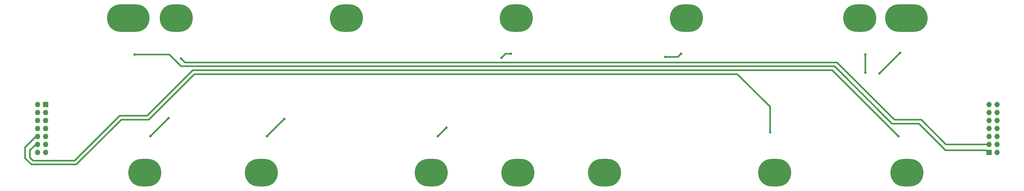
<source format=gbr>
%TF.GenerationSoftware,KiCad,Pcbnew,(5.1.9-0-10_14)*%
%TF.CreationDate,2022-08-31T22:56:09-04:00*%
%TF.ProjectId,47AhFoMoCo,34374168-466f-44d6-9f43-6f2e6b696361,rev?*%
%TF.SameCoordinates,Original*%
%TF.FileFunction,Copper,L1,Top*%
%TF.FilePolarity,Positive*%
%FSLAX46Y46*%
G04 Gerber Fmt 4.6, Leading zero omitted, Abs format (unit mm)*
G04 Created by KiCad (PCBNEW (5.1.9-0-10_14)) date 2022-08-31 22:56:09*
%MOMM*%
%LPD*%
G01*
G04 APERTURE LIST*
%TA.AperFunction,ComponentPad*%
%ADD10R,1.700000X1.700000*%
%TD*%
%TA.AperFunction,ComponentPad*%
%ADD11O,1.700000X1.700000*%
%TD*%
%TA.AperFunction,ComponentPad*%
%ADD12O,10.500000X8.750000*%
%TD*%
%TA.AperFunction,ComponentPad*%
%ADD13O,13.500000X8.750000*%
%TD*%
%TA.AperFunction,ViaPad*%
%ADD14C,0.800000*%
%TD*%
%TA.AperFunction,Conductor*%
%ADD15C,0.500000*%
%TD*%
G04 APERTURE END LIST*
D10*
%TO.P,J13,1*%
%TO.N,/CELL01n_CONN*%
X343790000Y-124630000D03*
D11*
%TO.P,J13,2*%
%TO.N,/CELL01p_CONN*%
X346330000Y-124630000D03*
%TO.P,J13,3*%
%TO.N,/CELL02p_CONN*%
X343790000Y-122090000D03*
%TO.P,J13,4*%
%TO.N,/CELL03p_CONN*%
X346330000Y-122090000D03*
%TO.P,J13,5*%
%TO.N,/CELL04p_CONN*%
X343790000Y-119550000D03*
%TO.P,J13,6*%
%TO.N,/CELL05p_CONN*%
X346330000Y-119550000D03*
%TO.P,J13,7*%
%TO.N,/CELL06p_CONN*%
X343790000Y-117010000D03*
%TO.P,J13,8*%
%TO.N,/CELL07p_CONN*%
X346330000Y-117010000D03*
%TO.P,J13,9*%
%TO.N,/CELL08p_CONN*%
X343790000Y-114470000D03*
%TO.P,J13,10*%
%TO.N,/CELL09p_CONN*%
X346330000Y-114470000D03*
%TO.P,J13,11*%
%TO.N,/CELL10p_CONN*%
X343790000Y-111930000D03*
%TO.P,J13,12*%
%TO.N,/CELL11p_CONN*%
X346330000Y-111930000D03*
%TO.P,J13,13*%
%TO.N,/CELL12p_CONN*%
X343790000Y-109390000D03*
%TO.P,J13,14*%
%TO.N,Net-(J13-Pad14)*%
X346330000Y-109390000D03*
%TD*%
%TO.P,J14,14*%
%TO.N,Net-(J14-Pad14)*%
X41670000Y-124630000D03*
%TO.P,J14,13*%
%TO.N,/CELL12p_CONN*%
X44210000Y-124630000D03*
%TO.P,J14,12*%
%TO.N,/CELL11p_CONN*%
X41670000Y-122090000D03*
%TO.P,J14,11*%
%TO.N,/CELL10p_CONN*%
X44210000Y-122090000D03*
%TO.P,J14,10*%
%TO.N,/CELL09p_CONN*%
X41670000Y-119550000D03*
%TO.P,J14,9*%
%TO.N,/CELL08p_CONN*%
X44210000Y-119550000D03*
%TO.P,J14,8*%
%TO.N,/CELL07p_CONN*%
X41670000Y-117010000D03*
%TO.P,J14,7*%
%TO.N,/CELL06p_CONN*%
X44210000Y-117010000D03*
%TO.P,J14,6*%
%TO.N,/CELL05p_CONN*%
X41670000Y-114470000D03*
%TO.P,J14,5*%
%TO.N,/CELL04p_CONN*%
X44210000Y-114470000D03*
%TO.P,J14,4*%
%TO.N,/CELL03p_CONN*%
X41670000Y-111930000D03*
%TO.P,J14,3*%
%TO.N,/CELL02p_CONN*%
X44210000Y-111930000D03*
%TO.P,J14,2*%
%TO.N,/CELL01p_CONN*%
X41670000Y-109390000D03*
D10*
%TO.P,J14,1*%
%TO.N,/CELL01n_CONN*%
X44210000Y-109390000D03*
%TD*%
D12*
%TO.P,J10p1,1*%
%TO.N,/CELL10p*%
X302700000Y-81900000D03*
%TD*%
%TO.P,J11p1,1*%
%TO.N,/CELL11p*%
X317700000Y-131100000D03*
%TD*%
D13*
%TO.P,J12p1,1*%
%TO.N,/CELL12p*%
X317500000Y-81900000D03*
%TD*%
%TO.P,J1n1,1*%
%TO.N,/CELL01n*%
X70500000Y-81900000D03*
%TD*%
D12*
%TO.P,J1p1,1*%
%TO.N,/CELL01p*%
X75700000Y-131100000D03*
%TD*%
%TO.P,J2p1,1*%
%TO.N,/CELL02p*%
X85700000Y-81900000D03*
%TD*%
%TO.P,J3p1,1*%
%TO.N,/CELL03p*%
X112700000Y-131100000D03*
%TD*%
%TO.P,J4p1,1*%
%TO.N,/CELL04p*%
X139700000Y-81900000D03*
%TD*%
%TO.P,J5p1,1*%
%TO.N,/CELL05p*%
X166700000Y-131100000D03*
%TD*%
%TO.P,J6p1,1*%
%TO.N,/CELL06p*%
X193700000Y-81900000D03*
%TD*%
%TO.P,J7p1,1*%
%TO.N,/CELL07p*%
X221700000Y-131100000D03*
%TD*%
%TO.P,J8p1,1*%
%TO.N,/CELL08p*%
X247700000Y-81900000D03*
%TD*%
%TO.P,J9p1,1*%
%TO.N,/CELL09p*%
X275700000Y-131100000D03*
%TD*%
%TO.P,J_MECH_1,1*%
%TO.N,Net-(J_MECH_1-Pad1)*%
X194200000Y-131100000D03*
%TD*%
D14*
%TO.N,/CELL01n_CONN*%
X72500000Y-93500000D03*
%TO.N,/CELL01p_CONN*%
X77500000Y-119500000D03*
X83250000Y-113750000D03*
%TO.N,/CELL02p_CONN*%
X87250000Y-94750000D03*
%TO.N,/CELL03p_CONN*%
X114500000Y-119500000D03*
X120000000Y-114000000D03*
%TO.N,/CELL05p_CONN*%
X168750000Y-119500000D03*
X171500000Y-116750000D03*
%TO.N,/CELL06p_CONN*%
X192000000Y-93250000D03*
X189000000Y-94500000D03*
%TO.N,/CELL08p_CONN*%
X246000000Y-93250000D03*
X241000000Y-94249998D03*
%TO.N,/CELL09p_CONN*%
X274250000Y-118250000D03*
%TO.N,/CELL10p_CONN*%
X304500000Y-99250000D03*
X304500000Y-93500000D03*
%TO.N,/CELL11p_CONN*%
X315000000Y-119500000D03*
%TO.N,/CELL12p_CONN*%
X309000000Y-99500000D03*
X315500000Y-93000000D03*
%TD*%
D15*
%TO.N,/CELL01n_CONN*%
X343500000Y-124630000D02*
X343790000Y-124630000D01*
X342870000Y-124000000D02*
X343500000Y-124630000D01*
X330000000Y-124000000D02*
X342870000Y-124000000D01*
X321500000Y-115500000D02*
X330000000Y-124000000D01*
X313000000Y-115500000D02*
X321500000Y-115500000D01*
X294750000Y-97250000D02*
X313000000Y-115500000D01*
X87250000Y-97250000D02*
X294750000Y-97250000D01*
X83500000Y-93500000D02*
X87250000Y-97250000D01*
X72500000Y-93500000D02*
X83500000Y-93500000D01*
%TO.N,/CELL01p_CONN*%
X77500000Y-119500000D02*
X83250000Y-113750000D01*
%TO.N,/CELL02p_CONN*%
X322250000Y-114250000D02*
X330090000Y-122090000D01*
X330090000Y-122090000D02*
X343790000Y-122090000D01*
X295500000Y-96000000D02*
X313750000Y-114250000D01*
X88500000Y-96000000D02*
X295500000Y-96000000D01*
X313750000Y-114250000D02*
X322250000Y-114250000D01*
X87250000Y-94750000D02*
X88500000Y-96000000D01*
%TO.N,/CELL03p_CONN*%
X114500000Y-119500000D02*
X120000000Y-114000000D01*
%TO.N,/CELL05p_CONN*%
X171500000Y-116750000D02*
X171500000Y-116750000D01*
X171500000Y-116750000D02*
X168750000Y-119500000D01*
%TO.N,/CELL06p_CONN*%
X192000000Y-93250000D02*
X190250000Y-93250000D01*
X190250000Y-93250000D02*
X189000000Y-94500000D01*
%TO.N,/CELL08p_CONN*%
X246000000Y-93250000D02*
X245000002Y-94249998D01*
X245000002Y-94249998D02*
X241000000Y-94249998D01*
%TO.N,/CELL09p_CONN*%
X54000000Y-128500000D02*
X68250000Y-114250000D01*
X37750000Y-123000000D02*
X37750000Y-126500000D01*
X39750000Y-128500000D02*
X54000000Y-128500000D01*
X41200000Y-119550000D02*
X37750000Y-123000000D01*
X37750000Y-126500000D02*
X39750000Y-128500000D01*
X41670000Y-119550000D02*
X41200000Y-119550000D01*
X68250000Y-114250000D02*
X76750000Y-114250000D01*
X274250000Y-110125000D02*
X274250000Y-118250000D01*
X263875000Y-99750000D02*
X274250000Y-110125000D01*
X91500000Y-99750000D02*
X263875000Y-99750000D01*
X77000000Y-114250000D02*
X91500000Y-99750000D01*
X76750000Y-114250000D02*
X77000000Y-114250000D01*
%TO.N,/CELL10p_CONN*%
X304500000Y-99250000D02*
X304500000Y-93500000D01*
%TO.N,/CELL11p_CONN*%
X41160000Y-122090000D02*
X41670000Y-122090000D01*
X39250000Y-124000000D02*
X41160000Y-122090000D01*
X39250000Y-126250000D02*
X39250000Y-124000000D01*
X40250000Y-127250000D02*
X39250000Y-126250000D01*
X53500000Y-127250000D02*
X40250000Y-127250000D01*
X294000000Y-98500000D02*
X91000000Y-98500000D01*
X67750000Y-113000000D02*
X53500000Y-127250000D01*
X76500000Y-113000000D02*
X67750000Y-113000000D01*
X91000000Y-98500000D02*
X76500000Y-113000000D01*
X315000000Y-119500000D02*
X294000000Y-98500000D01*
%TO.N,/CELL12p_CONN*%
X309000000Y-99500000D02*
X315500000Y-93000000D01*
%TD*%
M02*

</source>
